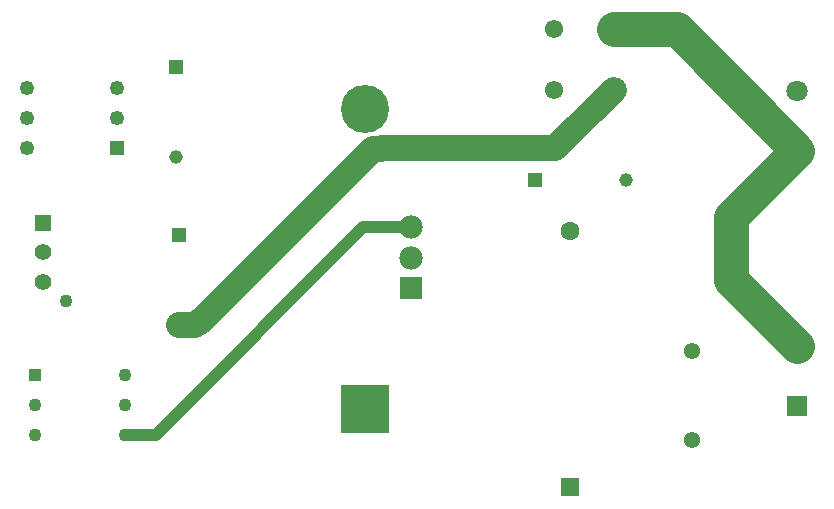
<source format=gbl>
G04*
G04 #@! TF.GenerationSoftware,Altium Limited,Altium Designer,24.1.2 (44)*
G04*
G04 Layer_Physical_Order=2*
G04 Layer_Color=16711680*
%FSLAX44Y44*%
%MOMM*%
G71*
G04*
G04 #@! TF.SameCoordinates,BD0B943F-0E77-4E2A-8F04-F263FF0033BB*
G04*
G04*
G04 #@! TF.FilePolarity,Positive*
G04*
G01*
G75*
%ADD18R,1.2500X1.2500*%
%ADD19C,1.2500*%
%ADD20R,4.0700X4.0700*%
%ADD21C,4.0700*%
%ADD24R,1.6002X1.6002*%
%ADD25C,1.6002*%
%ADD27R,1.4000X1.4000*%
%ADD28C,1.4000*%
%ADD29C,1.1000*%
%ADD30R,1.1500X1.1500*%
%ADD31C,1.1500*%
%ADD32R,1.1500X1.1500*%
%ADD36C,1.0000*%
%ADD37C,3.0000*%
%ADD38C,2.2000*%
%ADD39C,1.8000*%
%ADD40R,1.8000X1.8000*%
%ADD41R,1.1000X1.1000*%
%ADD42C,1.5500*%
%ADD43R,1.9800X1.9800*%
%ADD44C,1.9800*%
%ADD45C,1.3810*%
D18*
X93980Y313690D02*
D03*
D19*
Y339090D02*
D03*
Y364490D02*
D03*
X17780D02*
D03*
Y339090D02*
D03*
Y313690D02*
D03*
D20*
X303530Y92710D02*
D03*
D21*
Y346710D02*
D03*
D24*
X477520Y26416D02*
D03*
D25*
Y243840D02*
D03*
D27*
X30699Y250338D02*
D03*
D28*
Y225338D02*
D03*
Y200338D02*
D03*
D29*
X100330Y121920D02*
D03*
Y96520D02*
D03*
Y71120D02*
D03*
X24130D02*
D03*
Y96520D02*
D03*
X50699Y184338D02*
D03*
D30*
X146050Y240280D02*
D03*
X143510Y382520D02*
D03*
D31*
X146050Y163580D02*
D03*
X524510Y287020D02*
D03*
X143510Y305820D02*
D03*
D32*
X447810Y287020D02*
D03*
D36*
X100601Y71120D02*
X126762D01*
X302122Y246480D01*
X342900D01*
D37*
X613410Y201930D02*
Y255270D01*
Y201930D02*
X669290Y146050D01*
X613410Y255270D02*
X669290Y311150D01*
X567590Y414120D02*
X666750Y314960D01*
X514450Y414120D02*
X567590D01*
D38*
X146050Y163580D02*
X159770D01*
X163686Y166370D02*
X310136Y312820D01*
X162560Y166370D02*
X163686D01*
X159770Y163580D02*
X162560Y166370D01*
X317568Y312820D02*
X318438Y313690D01*
X310136Y312820D02*
X317568D01*
X318438Y313690D02*
X465020D01*
X514450Y363120D01*
D39*
X669290Y146050D02*
D03*
Y361950D02*
D03*
D40*
Y95250D02*
D03*
Y311150D02*
D03*
D41*
X24130Y121920D02*
D03*
D42*
X514450Y363120D02*
D03*
Y414120D02*
D03*
X463450D02*
D03*
Y363120D02*
D03*
D43*
X342900Y195480D02*
D03*
D44*
Y220980D02*
D03*
Y246480D02*
D03*
D45*
X580390Y141640D02*
D03*
Y66640D02*
D03*
M02*

</source>
